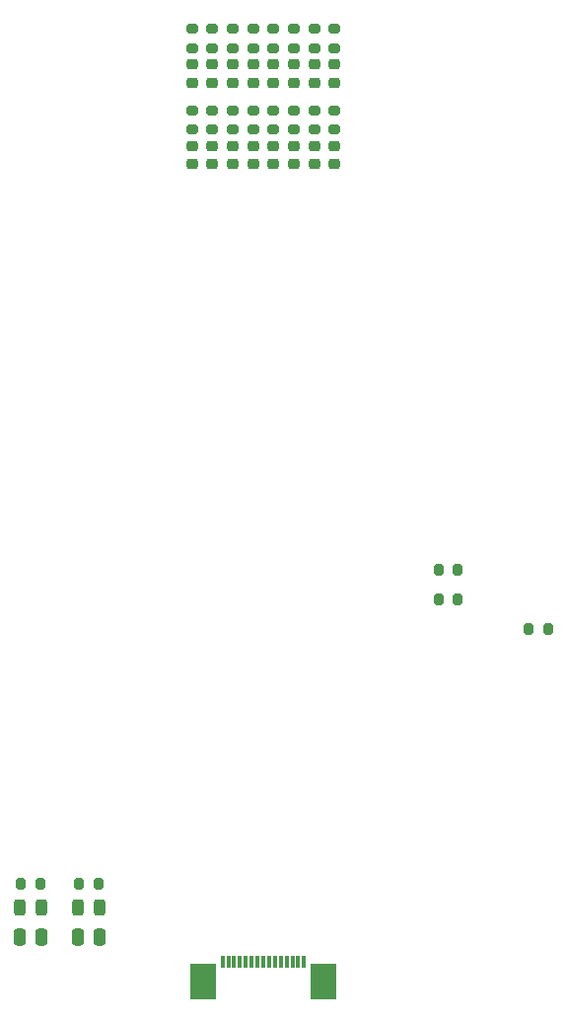
<source format=gbr>
%TF.GenerationSoftware,KiCad,Pcbnew,8.0.1*%
%TF.CreationDate,2024-05-26T22:46:05+09:00*%
%TF.ProjectId,Main-20240325,4d61696e-2d32-4303-9234-303332352e6b,rev?*%
%TF.SameCoordinates,Original*%
%TF.FileFunction,Paste,Bot*%
%TF.FilePolarity,Positive*%
%FSLAX46Y46*%
G04 Gerber Fmt 4.6, Leading zero omitted, Abs format (unit mm)*
G04 Created by KiCad (PCBNEW 8.0.1) date 2024-05-26 22:46:05*
%MOMM*%
%LPD*%
G01*
G04 APERTURE LIST*
G04 Aperture macros list*
%AMRoundRect*
0 Rectangle with rounded corners*
0 $1 Rounding radius*
0 $2 $3 $4 $5 $6 $7 $8 $9 X,Y pos of 4 corners*
0 Add a 4 corners polygon primitive as box body*
4,1,4,$2,$3,$4,$5,$6,$7,$8,$9,$2,$3,0*
0 Add four circle primitives for the rounded corners*
1,1,$1+$1,$2,$3*
1,1,$1+$1,$4,$5*
1,1,$1+$1,$6,$7*
1,1,$1+$1,$8,$9*
0 Add four rect primitives between the rounded corners*
20,1,$1+$1,$2,$3,$4,$5,0*
20,1,$1+$1,$4,$5,$6,$7,0*
20,1,$1+$1,$6,$7,$8,$9,0*
20,1,$1+$1,$8,$9,$2,$3,0*%
G04 Aperture macros list end*
%ADD10R,0.300000X1.100000*%
%ADD11R,2.300000X3.100000*%
%ADD12RoundRect,0.200000X0.200000X0.275000X-0.200000X0.275000X-0.200000X-0.275000X0.200000X-0.275000X0*%
%ADD13RoundRect,0.225000X-0.250000X0.225000X-0.250000X-0.225000X0.250000X-0.225000X0.250000X0.225000X0*%
%ADD14RoundRect,0.200000X-0.275000X0.200000X-0.275000X-0.200000X0.275000X-0.200000X0.275000X0.200000X0*%
%ADD15RoundRect,0.200000X-0.200000X-0.275000X0.200000X-0.275000X0.200000X0.275000X-0.200000X0.275000X0*%
%ADD16RoundRect,0.250000X0.250000X0.475000X-0.250000X0.475000X-0.250000X-0.475000X0.250000X-0.475000X0*%
%ADD17RoundRect,0.243750X-0.243750X-0.456250X0.243750X-0.456250X0.243750X0.456250X-0.243750X0.456250X0*%
G04 APERTURE END LIST*
D10*
%TO.C,J3*%
X246500000Y-286625000D03*
X246000000Y-286625000D03*
X245500000Y-286625000D03*
X245000000Y-286625000D03*
X244500000Y-286625000D03*
X244000000Y-286625000D03*
X243500000Y-286625000D03*
X243000000Y-286625000D03*
X242500000Y-286625000D03*
X242000000Y-286625000D03*
X241500000Y-286625000D03*
X241000000Y-286625000D03*
X240500000Y-286625000D03*
X240000000Y-286625000D03*
X239500000Y-286625000D03*
D11*
X248170000Y-288325000D03*
X237830000Y-288325000D03*
%TD*%
D12*
%TO.C,R1*%
X228825000Y-279975000D03*
X227175000Y-279975000D03*
%TD*%
D13*
%TO.C,C6*%
X247375000Y-216700000D03*
X247375000Y-218250000D03*
%TD*%
%TO.C,C4*%
X249125000Y-216700000D03*
X249125000Y-218250000D03*
%TD*%
D14*
%TO.C,R19*%
X238625000Y-213650000D03*
X238625000Y-215300000D03*
%TD*%
%TO.C,R18*%
X238625000Y-206650000D03*
X238625000Y-208300000D03*
%TD*%
%TO.C,R17*%
X240375000Y-213650000D03*
X240375000Y-215300000D03*
%TD*%
D15*
%TO.C,R5*%
X265795000Y-258095000D03*
X267445000Y-258095000D03*
%TD*%
D14*
%TO.C,R20*%
X236875000Y-206650000D03*
X236875000Y-208300000D03*
%TD*%
D13*
%TO.C,C17*%
X236875000Y-209700000D03*
X236875000Y-211250000D03*
%TD*%
%TO.C,C16*%
X238625000Y-216700000D03*
X238625000Y-218250000D03*
%TD*%
%TO.C,C10*%
X243875000Y-216700000D03*
X243875000Y-218250000D03*
%TD*%
%TO.C,C18*%
X236875000Y-216700000D03*
X236875000Y-218250000D03*
%TD*%
D16*
%TO.C,C1*%
X228950000Y-284475000D03*
X227050000Y-284475000D03*
%TD*%
D14*
%TO.C,R21*%
X236875000Y-213650000D03*
X236875000Y-215300000D03*
%TD*%
%TO.C,R13*%
X243875000Y-213650000D03*
X243875000Y-215300000D03*
%TD*%
D16*
%TO.C,C2*%
X223950000Y-284475000D03*
X222050000Y-284475000D03*
%TD*%
D13*
%TO.C,C5*%
X247375000Y-209700000D03*
X247375000Y-211250000D03*
%TD*%
%TO.C,C9*%
X243875000Y-209700000D03*
X243875000Y-211250000D03*
%TD*%
D14*
%TO.C,R6*%
X249125000Y-206650000D03*
X249125000Y-208300000D03*
%TD*%
%TO.C,R16*%
X240375000Y-206650000D03*
X240375000Y-208300000D03*
%TD*%
D13*
%TO.C,C8*%
X245625000Y-216700000D03*
X245625000Y-218250000D03*
%TD*%
D12*
%TO.C,R2*%
X223825000Y-279975000D03*
X222175000Y-279975000D03*
%TD*%
D14*
%TO.C,R7*%
X249125000Y-213650000D03*
X249125000Y-215300000D03*
%TD*%
%TO.C,R8*%
X247375000Y-206650000D03*
X247375000Y-208300000D03*
%TD*%
D13*
%TO.C,C13*%
X240375000Y-209700000D03*
X240375000Y-211250000D03*
%TD*%
D14*
%TO.C,R14*%
X242125000Y-206650000D03*
X242125000Y-208300000D03*
%TD*%
%TO.C,R10*%
X245625000Y-206650000D03*
X245625000Y-208300000D03*
%TD*%
%TO.C,R9*%
X247375000Y-213650000D03*
X247375000Y-215300000D03*
%TD*%
D12*
%TO.C,R4*%
X259705000Y-255555000D03*
X258055000Y-255555000D03*
%TD*%
D14*
%TO.C,R11*%
X245625000Y-213650000D03*
X245625000Y-215300000D03*
%TD*%
D13*
%TO.C,C12*%
X242125000Y-216700000D03*
X242125000Y-218250000D03*
%TD*%
%TO.C,C7*%
X245625000Y-209700000D03*
X245625000Y-211250000D03*
%TD*%
%TO.C,C3*%
X249125000Y-209700000D03*
X249125000Y-211250000D03*
%TD*%
%TO.C,C11*%
X242125000Y-209700000D03*
X242125000Y-211250000D03*
%TD*%
D17*
%TO.C,D1*%
X227062500Y-281975000D03*
X228937500Y-281975000D03*
%TD*%
D13*
%TO.C,C15*%
X238625000Y-209700000D03*
X238625000Y-211250000D03*
%TD*%
%TO.C,C14*%
X240375000Y-216700000D03*
X240375000Y-218250000D03*
%TD*%
D17*
%TO.C,D2*%
X222062500Y-281975000D03*
X223937500Y-281975000D03*
%TD*%
D14*
%TO.C,R12*%
X243875000Y-206650000D03*
X243875000Y-208300000D03*
%TD*%
D12*
%TO.C,R3*%
X259705000Y-253015000D03*
X258055000Y-253015000D03*
%TD*%
D14*
%TO.C,R15*%
X242125000Y-213650000D03*
X242125000Y-215300000D03*
%TD*%
M02*

</source>
